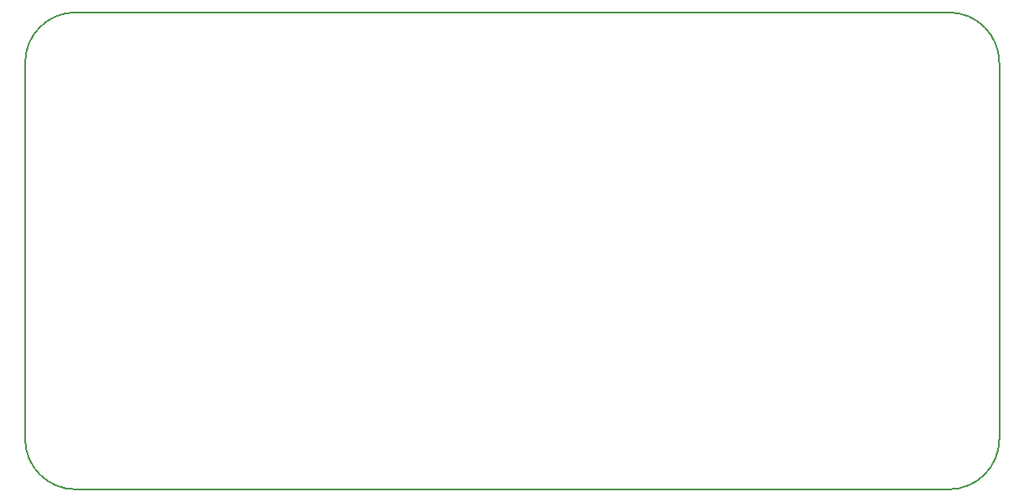
<source format=gbr>
G04 #@! TF.FileFunction,Profile,NP*
%FSLAX46Y46*%
G04 Gerber Fmt 4.6, Leading zero omitted, Abs format (unit mm)*
G04 Created by KiCad (PCBNEW 4.0.5-e0-6337~49~ubuntu15.04.1) date Thu Oct 26 21:54:15 2017*
%MOMM*%
%LPD*%
G01*
G04 APERTURE LIST*
%ADD10C,0.100000*%
%ADD11C,0.150000*%
G04 APERTURE END LIST*
D10*
D11*
X62230000Y-26670000D02*
G75*
G03X57150000Y-31750000I0J-5080000D01*
G01*
X57150000Y-69850000D02*
G75*
G03X62230000Y-74930000I5080000J0D01*
G01*
X150495000Y-74930000D02*
G75*
G03X155575000Y-69850000I0J5080000D01*
G01*
X155575000Y-31750000D02*
G75*
G03X150495000Y-26670000I-5080000J0D01*
G01*
X150495000Y-26670000D02*
X62230000Y-26670000D01*
X155575000Y-69850000D02*
X155575000Y-31750000D01*
X62230000Y-74930000D02*
X150495000Y-74930000D01*
X57150000Y-31750000D02*
X57150000Y-69850000D01*
M02*

</source>
